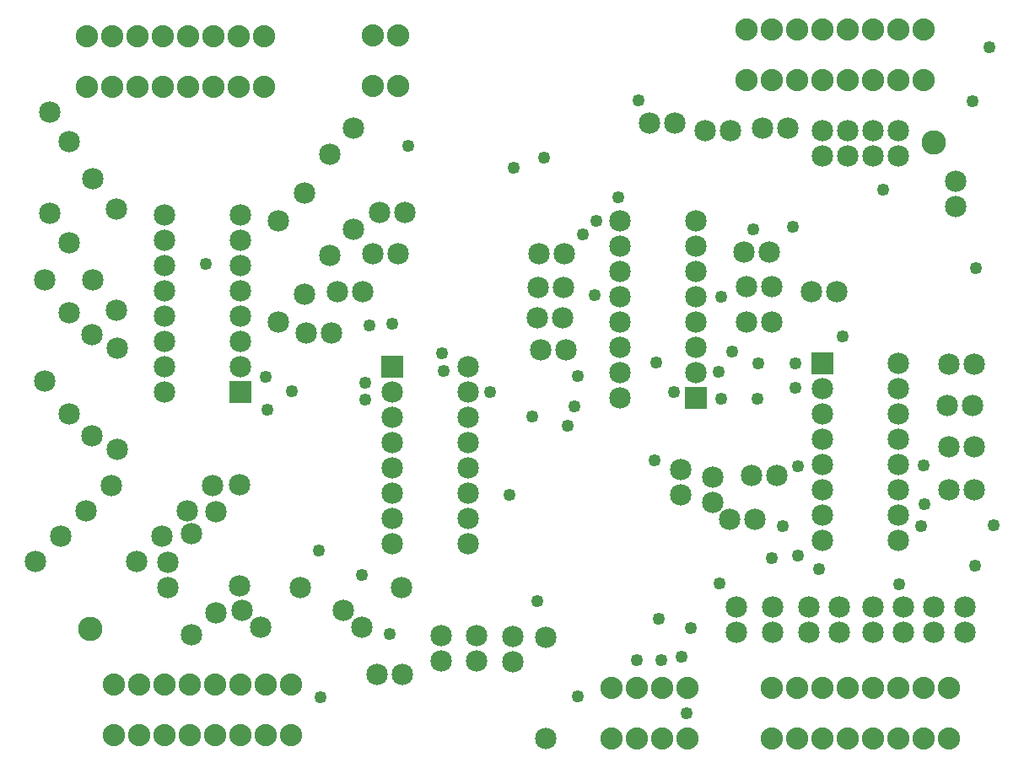
<source format=gts>
G04 MADE WITH FRITZING*
G04 WWW.FRITZING.ORG*
G04 DOUBLE SIDED*
G04 HOLES PLATED*
G04 CONTOUR ON CENTER OF CONTOUR VECTOR*
%ASAXBY*%
%FSLAX23Y23*%
%MOIN*%
%OFA0B0*%
%SFA1.0B1.0*%
%ADD10C,0.049370*%
%ADD11C,0.085000*%
%ADD12C,0.088000*%
%ADD13C,0.096614*%
%ADD14R,0.085000X0.085000*%
%LNMASK1*%
G90*
G70*
G54D10*
X1197Y380D03*
X1190Y957D03*
X1360Y863D03*
X1470Y630D03*
X2285Y2263D03*
X1958Y2472D03*
X1389Y1847D03*
X1082Y1588D03*
X1371Y1621D03*
X1684Y1667D03*
X1675Y1739D03*
X1371Y1555D03*
X1479Y1856D03*
X1541Y2558D03*
X741Y2092D03*
X1942Y1178D03*
X2054Y760D03*
X2522Y1701D03*
X2591Y1586D03*
X2658Y652D03*
X2624Y538D03*
X2544Y524D03*
X2532Y690D03*
X2446Y524D03*
X2211Y1650D03*
X2515Y1315D03*
X2199Y1528D03*
X2034Y1488D03*
X1866Y1586D03*
X2644Y314D03*
X980Y1646D03*
X987Y1514D03*
X2171Y1452D03*
X2211Y381D03*
X2280Y1967D03*
X2778Y1962D03*
X2907Y2229D03*
X3063Y2237D03*
X3418Y2386D03*
X2232Y2209D03*
X3166Y885D03*
X2078Y2512D03*
X3774Y2735D03*
X3840Y2948D03*
X2373Y2356D03*
X2454Y2737D03*
X3787Y2075D03*
X3073Y1602D03*
X2770Y1664D03*
X3073Y1697D03*
X2823Y1744D03*
X2778Y1560D03*
X2921Y1560D03*
X2926Y1697D03*
X3260Y1805D03*
X3084Y1292D03*
X3580Y1295D03*
X3083Y940D03*
X3582Y1141D03*
X3781Y900D03*
X3021Y1056D03*
X2979Y930D03*
X3569Y1054D03*
X3855Y1058D03*
X3482Y824D03*
X2771Y829D03*
G54D11*
X1478Y1684D03*
X1778Y1684D03*
X1478Y1584D03*
X1778Y1584D03*
X1478Y1484D03*
X1778Y1484D03*
X1478Y1384D03*
X1778Y1384D03*
X1478Y1284D03*
X1778Y1284D03*
X1478Y1184D03*
X1778Y1184D03*
X1478Y1084D03*
X1778Y1084D03*
X1478Y984D03*
X1778Y984D03*
X3178Y1697D03*
X3478Y1697D03*
X3178Y1597D03*
X3478Y1597D03*
X3178Y1497D03*
X3478Y1497D03*
X3178Y1397D03*
X3478Y1397D03*
X3178Y1297D03*
X3478Y1297D03*
X3178Y1197D03*
X3478Y1197D03*
X3178Y1097D03*
X3478Y1097D03*
X3178Y997D03*
X3478Y997D03*
X2678Y1562D03*
X2378Y1562D03*
X2678Y1662D03*
X2378Y1662D03*
X2678Y1762D03*
X2378Y1762D03*
X2678Y1862D03*
X2378Y1862D03*
X2678Y1962D03*
X2378Y1962D03*
X2678Y2062D03*
X2378Y2062D03*
X2678Y2162D03*
X2378Y2162D03*
X2678Y2262D03*
X2378Y2262D03*
X878Y1584D03*
X578Y1584D03*
X878Y1684D03*
X578Y1684D03*
X878Y1784D03*
X578Y1784D03*
X878Y1884D03*
X578Y1884D03*
X878Y1984D03*
X578Y1984D03*
X878Y2084D03*
X578Y2084D03*
X878Y2184D03*
X578Y2184D03*
X878Y2284D03*
X578Y2284D03*
G54D12*
X2347Y216D03*
X2447Y216D03*
X2547Y216D03*
X2647Y216D03*
X2347Y416D03*
X2447Y416D03*
X2547Y416D03*
X2647Y416D03*
X1502Y2796D03*
X1402Y2796D03*
X1502Y2996D03*
X1402Y2996D03*
X378Y427D03*
X478Y427D03*
X578Y427D03*
X678Y427D03*
X778Y427D03*
X878Y427D03*
X978Y427D03*
X1078Y427D03*
X2978Y215D03*
X3078Y215D03*
X3178Y215D03*
X3278Y215D03*
X3378Y215D03*
X3478Y215D03*
X3578Y215D03*
X3678Y215D03*
X3578Y3020D03*
X3478Y3020D03*
X3378Y3020D03*
X3278Y3020D03*
X3178Y3020D03*
X3078Y3020D03*
X2978Y3020D03*
X2878Y3020D03*
X974Y2793D03*
X874Y2793D03*
X774Y2793D03*
X674Y2793D03*
X574Y2793D03*
X474Y2793D03*
X374Y2793D03*
X274Y2793D03*
X378Y227D03*
X478Y227D03*
X578Y227D03*
X678Y227D03*
X778Y227D03*
X878Y227D03*
X978Y227D03*
X1078Y227D03*
X2978Y415D03*
X3078Y415D03*
X3178Y415D03*
X3278Y415D03*
X3378Y415D03*
X3478Y415D03*
X3578Y415D03*
X3678Y415D03*
X3578Y2820D03*
X3478Y2820D03*
X3378Y2820D03*
X3278Y2820D03*
X3178Y2820D03*
X3078Y2820D03*
X2978Y2820D03*
X2878Y2820D03*
X974Y2993D03*
X874Y2993D03*
X774Y2993D03*
X674Y2993D03*
X574Y2993D03*
X474Y2993D03*
X374Y2993D03*
X274Y2993D03*
G54D11*
X2086Y214D03*
X2086Y614D03*
X960Y654D03*
X1360Y654D03*
X887Y722D03*
X1287Y722D03*
X68Y915D03*
X468Y915D03*
X168Y1015D03*
X568Y1015D03*
X368Y1215D03*
X768Y1215D03*
X1117Y811D03*
X1517Y811D03*
X268Y1115D03*
X668Y1115D03*
X3125Y636D03*
X3125Y736D03*
X3620Y636D03*
X3620Y736D03*
X3378Y636D03*
X3378Y736D03*
X2982Y636D03*
X2982Y736D03*
X3499Y636D03*
X3499Y736D03*
X3741Y636D03*
X3741Y736D03*
X2840Y636D03*
X2840Y736D03*
X3246Y636D03*
X3246Y736D03*
X3278Y2620D03*
X3278Y2520D03*
X3478Y2620D03*
X3478Y2520D03*
X3706Y2418D03*
X3706Y2318D03*
X3378Y2620D03*
X3378Y2520D03*
X3178Y2620D03*
X3178Y2520D03*
X3042Y2627D03*
X2942Y2627D03*
X2817Y2620D03*
X2717Y2620D03*
X2597Y2649D03*
X2497Y2649D03*
X1327Y2628D03*
X1327Y2228D03*
X1234Y2525D03*
X1234Y2125D03*
X1132Y2373D03*
X1132Y1973D03*
X1030Y2263D03*
X1030Y1863D03*
X389Y2307D03*
X389Y1907D03*
X296Y2427D03*
X296Y2027D03*
X202Y2575D03*
X202Y2175D03*
X127Y2692D03*
X127Y2292D03*
X783Y1111D03*
X783Y711D03*
X687Y1026D03*
X687Y626D03*
X594Y911D03*
X594Y811D03*
X1811Y621D03*
X1811Y521D03*
X1420Y468D03*
X1520Y468D03*
X1672Y621D03*
X1672Y521D03*
X876Y1218D03*
X876Y818D03*
X1955Y617D03*
X1955Y517D03*
X3678Y1369D03*
X3778Y1369D03*
X2747Y1247D03*
X2747Y1147D03*
X3671Y1532D03*
X3771Y1532D03*
X2618Y1278D03*
X2618Y1178D03*
X2998Y1254D03*
X2898Y1254D03*
X3678Y1696D03*
X3778Y1696D03*
X2914Y1082D03*
X2814Y1082D03*
X3678Y1197D03*
X3778Y1197D03*
X2869Y2140D03*
X2969Y2140D03*
X2156Y2000D03*
X2056Y2000D03*
X2167Y1753D03*
X2067Y1753D03*
X2878Y1862D03*
X2978Y1862D03*
X2880Y2002D03*
X2980Y2002D03*
X3237Y1983D03*
X3137Y1983D03*
X2153Y1878D03*
X2053Y1878D03*
X2159Y2132D03*
X2059Y2132D03*
X1264Y1982D03*
X1364Y1982D03*
X1429Y2294D03*
X1529Y2294D03*
X1404Y2133D03*
X1504Y2133D03*
X1138Y1820D03*
X1238Y1820D03*
X394Y1759D03*
X394Y1359D03*
X292Y1813D03*
X292Y1413D03*
X202Y1898D03*
X202Y1498D03*
X107Y2028D03*
X107Y1628D03*
G54D13*
X286Y650D03*
X3618Y2571D03*
G54D14*
X1478Y1684D03*
X3178Y1697D03*
X2678Y1562D03*
X878Y1584D03*
G04 End of Mask1*
M02*
</source>
